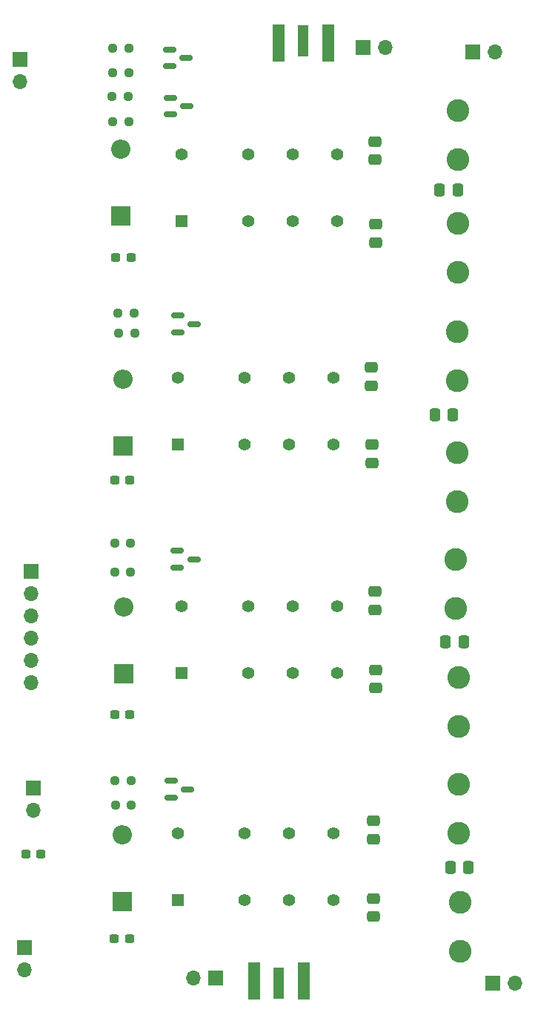
<source format=gbr>
%TF.GenerationSoftware,KiCad,Pcbnew,(6.0.2)*%
%TF.CreationDate,2022-11-21T15:37:21-08:00*%
%TF.ProjectId,preselector,70726573-656c-4656-9374-6f722e6b6963,rev?*%
%TF.SameCoordinates,PX5028050PY8f935f0*%
%TF.FileFunction,Soldermask,Top*%
%TF.FilePolarity,Negative*%
%FSLAX46Y46*%
G04 Gerber Fmt 4.6, Leading zero omitted, Abs format (unit mm)*
G04 Created by KiCad (PCBNEW (6.0.2)) date 2022-11-21 15:37:21*
%MOMM*%
%LPD*%
G01*
G04 APERTURE LIST*
G04 Aperture macros list*
%AMRoundRect*
0 Rectangle with rounded corners*
0 $1 Rounding radius*
0 $2 $3 $4 $5 $6 $7 $8 $9 X,Y pos of 4 corners*
0 Add a 4 corners polygon primitive as box body*
4,1,4,$2,$3,$4,$5,$6,$7,$8,$9,$2,$3,0*
0 Add four circle primitives for the rounded corners*
1,1,$1+$1,$2,$3*
1,1,$1+$1,$4,$5*
1,1,$1+$1,$6,$7*
1,1,$1+$1,$8,$9*
0 Add four rect primitives between the rounded corners*
20,1,$1+$1,$2,$3,$4,$5,0*
20,1,$1+$1,$4,$5,$6,$7,0*
20,1,$1+$1,$6,$7,$8,$9,0*
20,1,$1+$1,$8,$9,$2,$3,0*%
G04 Aperture macros list end*
%ADD10R,1.700000X1.700000*%
%ADD11O,1.700000X1.700000*%
%ADD12RoundRect,0.250000X-0.475000X0.337500X-0.475000X-0.337500X0.475000X-0.337500X0.475000X0.337500X0*%
%ADD13RoundRect,0.237500X-0.300000X-0.237500X0.300000X-0.237500X0.300000X0.237500X-0.300000X0.237500X0*%
%ADD14C,2.600000*%
%ADD15RoundRect,0.237500X0.250000X0.237500X-0.250000X0.237500X-0.250000X-0.237500X0.250000X-0.237500X0*%
%ADD16RoundRect,0.250000X-0.337500X-0.475000X0.337500X-0.475000X0.337500X0.475000X-0.337500X0.475000X0*%
%ADD17RoundRect,0.150000X-0.587500X-0.150000X0.587500X-0.150000X0.587500X0.150000X-0.587500X0.150000X0*%
%ADD18R,1.270000X3.600000*%
%ADD19R,1.350000X4.200000*%
%ADD20R,2.200000X2.200000*%
%ADD21O,2.200000X2.200000*%
%ADD22R,1.400000X1.400000*%
%ADD23C,1.400000*%
G04 APERTURE END LIST*
D10*
%TO.C,J3*%
X3600000Y6425000D03*
D11*
X3600000Y3885000D03*
%TD*%
D10*
%TO.C,J9*%
X25500000Y3000000D03*
D11*
X22960000Y3000000D03*
%TD*%
D12*
%TO.C,C7*%
X43650000Y98387500D03*
X43650000Y96312500D03*
%TD*%
D13*
%TO.C,C1*%
X14087500Y85150000D03*
X15812500Y85150000D03*
%TD*%
D14*
%TO.C,L6*%
X53250000Y37250000D03*
X53250000Y31650000D03*
%TD*%
D15*
%TO.C,R5*%
X15562500Y100650000D03*
X13737500Y100650000D03*
%TD*%
D16*
%TO.C,C5*%
X51062500Y92900000D03*
X53137500Y92900000D03*
%TD*%
D10*
%TO.C,J2*%
X57125000Y2350000D03*
D11*
X59665000Y2350000D03*
%TD*%
D15*
%TO.C,R9*%
X15762500Y49300000D03*
X13937500Y49300000D03*
%TD*%
D12*
%TO.C,C13*%
X43750000Y38137500D03*
X43750000Y36062500D03*
%TD*%
%TO.C,C4*%
X43350000Y63837500D03*
X43350000Y61762500D03*
%TD*%
D17*
%TO.C,Q3*%
X21162500Y78550000D03*
X21162500Y76650000D03*
X23037500Y77600000D03*
%TD*%
D14*
%TO.C,L7*%
X53250000Y19500000D03*
X53250000Y25100000D03*
%TD*%
D10*
%TO.C,J6*%
X4650000Y24675000D03*
D11*
X4650000Y22135000D03*
%TD*%
D14*
%TO.C,L3*%
X53150000Y96350000D03*
X53150000Y101950000D03*
%TD*%
%TO.C,L2*%
X53100000Y62900000D03*
X53100000Y57300000D03*
%TD*%
D12*
%TO.C,C17*%
X43650000Y47037500D03*
X43650000Y44962500D03*
%TD*%
D15*
%TO.C,R7*%
X15775000Y52600000D03*
X13950000Y52600000D03*
%TD*%
D10*
%TO.C,J5*%
X3150000Y107775000D03*
D11*
X3150000Y105235000D03*
%TD*%
D16*
%TO.C,C15*%
X51762500Y41350000D03*
X53837500Y41350000D03*
%TD*%
D14*
%TO.C,L5*%
X53450000Y11600000D03*
X53450000Y6000000D03*
%TD*%
D17*
%TO.C,Q5*%
X20412500Y25450000D03*
X20412500Y23550000D03*
X22287500Y24500000D03*
%TD*%
D18*
%TO.C,J7*%
X32700000Y2400000D03*
D19*
X35525000Y2600000D03*
X29875000Y2600000D03*
%TD*%
D10*
%TO.C,J10*%
X42310000Y109100000D03*
D11*
X44850000Y109100000D03*
%TD*%
D20*
%TO.C,D4*%
X14800000Y11690000D03*
D21*
X14800000Y19310000D03*
%TD*%
D22*
%TO.C,K3*%
X21592500Y37787500D03*
D23*
X29212500Y37787500D03*
X34292500Y37787500D03*
X39372500Y37787500D03*
X39372500Y45407500D03*
X34292500Y45407500D03*
X29212500Y45407500D03*
X21592500Y45407500D03*
%TD*%
D15*
%TO.C,R2*%
X15562500Y106250000D03*
X13737500Y106250000D03*
%TD*%
D14*
%TO.C,L1*%
X53150000Y89050000D03*
X53150000Y83450000D03*
%TD*%
D20*
%TO.C,D1*%
X14650000Y89950000D03*
D21*
X14650000Y97570000D03*
%TD*%
D16*
%TO.C,C14*%
X52300000Y15600000D03*
X54375000Y15600000D03*
%TD*%
D13*
%TO.C,C11*%
X13900000Y7450000D03*
X15625000Y7450000D03*
%TD*%
D12*
%TO.C,C3*%
X43750000Y88987500D03*
X43750000Y86912500D03*
%TD*%
D15*
%TO.C,R3*%
X15462500Y103550000D03*
X13637500Y103550000D03*
%TD*%
D13*
%TO.C,C10*%
X13937500Y33050000D03*
X15662500Y33050000D03*
%TD*%
D18*
%TO.C,J8*%
X35500000Y109887500D03*
D19*
X38325000Y109687500D03*
X32675000Y109687500D03*
%TD*%
D16*
%TO.C,C6*%
X50512500Y67250000D03*
X52587500Y67250000D03*
%TD*%
D10*
%TO.C,J1*%
X4400000Y49330000D03*
D11*
X4400000Y46790000D03*
X4400000Y44250000D03*
X4400000Y41710000D03*
X4400000Y39170000D03*
X4400000Y36630000D03*
%TD*%
D20*
%TO.C,D3*%
X15000000Y37640000D03*
D21*
X15000000Y45260000D03*
%TD*%
D12*
%TO.C,C12*%
X43550000Y12037500D03*
X43550000Y9962500D03*
%TD*%
D14*
%TO.C,L8*%
X52900000Y45150000D03*
X52900000Y50750000D03*
%TD*%
D22*
%TO.C,K4*%
X21142500Y11887500D03*
D23*
X28762500Y11887500D03*
X33842500Y11887500D03*
X38922500Y11887500D03*
X38922500Y19507500D03*
X33842500Y19507500D03*
X28762500Y19507500D03*
X21142500Y19507500D03*
%TD*%
D13*
%TO.C,C9*%
X3787500Y17100000D03*
X5512500Y17100000D03*
%TD*%
D17*
%TO.C,Q4*%
X21112500Y51700000D03*
X21112500Y49800000D03*
X22987500Y50750000D03*
%TD*%
D22*
%TO.C,K1*%
X21592500Y89287500D03*
D23*
X29212500Y89287500D03*
X34292500Y89287500D03*
X39372500Y89287500D03*
X39372500Y96907500D03*
X34292500Y96907500D03*
X29212500Y96907500D03*
X21592500Y96907500D03*
%TD*%
D14*
%TO.C,L4*%
X53100000Y71150000D03*
X53100000Y76750000D03*
%TD*%
D10*
%TO.C,J4*%
X54900000Y108650000D03*
D11*
X57440000Y108650000D03*
%TD*%
D13*
%TO.C,C2*%
X13937500Y59750000D03*
X15662500Y59750000D03*
%TD*%
D17*
%TO.C,Q1*%
X20212500Y108900000D03*
X20212500Y107000000D03*
X22087500Y107950000D03*
%TD*%
D22*
%TO.C,K2*%
X21142500Y63837500D03*
D23*
X28762500Y63837500D03*
X33842500Y63837500D03*
X38922500Y63837500D03*
X38922500Y71457500D03*
X33842500Y71457500D03*
X28762500Y71457500D03*
X21142500Y71457500D03*
%TD*%
D15*
%TO.C,R6*%
X16212500Y76500000D03*
X14387500Y76500000D03*
%TD*%
%TO.C,R8*%
X15812500Y25500000D03*
X13987500Y25500000D03*
%TD*%
%TO.C,R1*%
X15562500Y109050000D03*
X13737500Y109050000D03*
%TD*%
D12*
%TO.C,C8*%
X43250000Y72637500D03*
X43250000Y70562500D03*
%TD*%
D17*
%TO.C,Q2*%
X20312500Y103400000D03*
X20312500Y101500000D03*
X22187500Y102450000D03*
%TD*%
D12*
%TO.C,C16*%
X43500000Y20900000D03*
X43500000Y18825000D03*
%TD*%
D15*
%TO.C,R10*%
X15862500Y22700000D03*
X14037500Y22700000D03*
%TD*%
D20*
%TO.C,D2*%
X14900000Y63690000D03*
D21*
X14900000Y71310000D03*
%TD*%
D15*
%TO.C,R4*%
X16162500Y78800000D03*
X14337500Y78800000D03*
%TD*%
M02*

</source>
